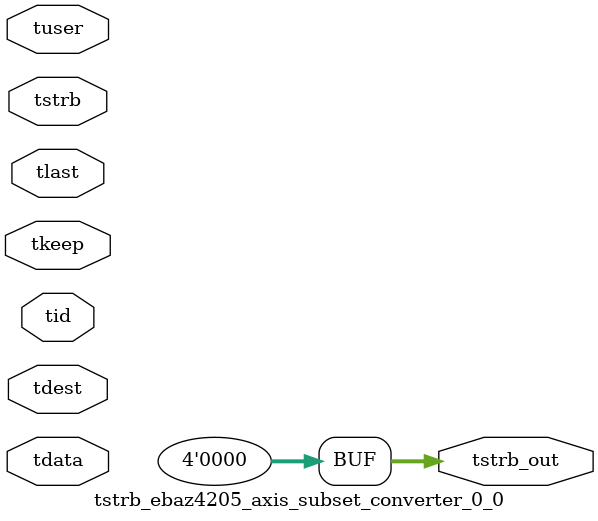
<source format=v>


`timescale 1ps/1ps

module tstrb_ebaz4205_axis_subset_converter_0_0 #
(
parameter C_S_AXIS_TDATA_WIDTH = 32,
parameter C_S_AXIS_TUSER_WIDTH = 0,
parameter C_S_AXIS_TID_WIDTH   = 0,
parameter C_S_AXIS_TDEST_WIDTH = 0,
parameter C_M_AXIS_TDATA_WIDTH = 32
)
(
input  [(C_S_AXIS_TDATA_WIDTH == 0 ? 1 : C_S_AXIS_TDATA_WIDTH)-1:0     ] tdata,
input  [(C_S_AXIS_TUSER_WIDTH == 0 ? 1 : C_S_AXIS_TUSER_WIDTH)-1:0     ] tuser,
input  [(C_S_AXIS_TID_WIDTH   == 0 ? 1 : C_S_AXIS_TID_WIDTH)-1:0       ] tid,
input  [(C_S_AXIS_TDEST_WIDTH == 0 ? 1 : C_S_AXIS_TDEST_WIDTH)-1:0     ] tdest,
input  [(C_S_AXIS_TDATA_WIDTH/8)-1:0 ] tkeep,
input  [(C_S_AXIS_TDATA_WIDTH/8)-1:0 ] tstrb,
input                                                                    tlast,
output [(C_M_AXIS_TDATA_WIDTH/8)-1:0 ] tstrb_out
);

assign tstrb_out = {1'b0};

endmodule


</source>
